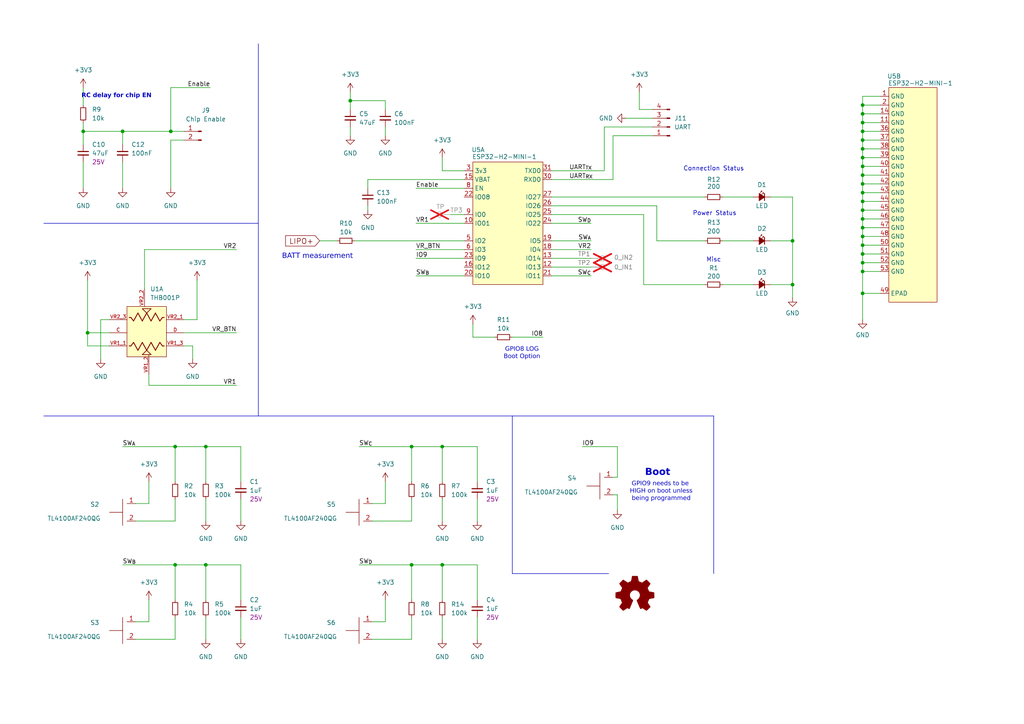
<source format=kicad_sch>
(kicad_sch (version 20231120) (generator "eeschema") (generator_version "8.0")
  (paper "A4")
  (title_block (title "Thumbtroller") (date "2024-10-26") (rev "v0.2") (company "StuckAtPrototype"))
  (junction (at 250.19 66.04))
  (junction (at 250.19 73.66))
  (junction (at 250.19 48.26))
  (junction (at 250.19 78.74))
  (junction (at 250.19 35.56))
  (junction (at 229.87 82.55))
  (junction (at 250.19 50.8))
  (junction (at 35.56 38.1))
  (junction (at 59.69 129.54))
  (junction (at 119.38 129.54))
  (junction (at 50.8 163.83))
  (junction (at 250.19 63.5))
  (junction (at 128.27 163.83))
  (junction (at 250.19 40.64))
  (junction (at 229.87 69.85))
  (junction (at 50.8 129.54))
  (junction (at 119.38 163.83))
  (junction (at 250.19 85.09))
  (junction (at 24.13 38.1))
  (junction (at 59.69 163.83))
  (junction (at 25.4 96.52))
  (junction (at 250.19 45.72))
  (junction (at 250.19 38.1))
  (junction (at 250.19 55.88))
  (junction (at 250.19 33.02))
  (junction (at 101.6 29.21))
  (junction (at 250.19 68.58))
  (junction (at 250.19 30.48))
  (junction (at 250.19 71.12))
  (junction (at 250.19 53.34))
  (junction (at 128.27 129.54))
  (junction (at 250.19 60.96))
  (junction (at 250.19 43.18))
  (junction (at 49.53 38.1))
  (junction (at 250.19 76.2))
  (junction (at 250.19 58.42))
  (wire (pts (xy 250.19 78.74) (xy 250.19 85.09)))
  (wire (pts (xy 250.19 66.04) (xy 250.19 68.58)))
  (wire (pts (xy 29.21 92.71) (xy 29.21 104.14)))
  (wire (pts (xy 130.81 62.23) (xy 134.62 62.23)))
  (wire (pts (xy 69.85 129.54) (xy 59.69 129.54)))
  (wire (pts (xy 250.19 50.8) (xy 250.19 53.34)))
  (wire (pts (xy 69.85 173.99) (xy 69.85 163.83)))
  (wire (pts (xy 177.8 52.07) (xy 160.02 52.07)))
  (wire (pts (xy 255.27 71.12) (xy 250.19 71.12)))
  (wire (pts (xy 120.65 54.61) (xy 134.62 54.61)))
  (wire (pts (xy 255.27 33.02) (xy 250.19 33.02)))
  (wire (pts (xy 111.76 31.75) (xy 111.76 29.21)))
  (wire (pts (xy 120.65 74.93) (xy 134.62 74.93)))
  (wire (pts (xy 171.45 64.77) (xy 160.02 64.77)))
  (wire (pts (xy 255.27 40.64) (xy 250.19 40.64)))
  (wire (pts (xy 250.19 76.2) (xy 250.19 78.74)))
  (wire (pts (xy 120.65 80.01) (xy 134.62 80.01)))
  (wire (pts (xy 50.8 144.78) (xy 50.8 151.13)))
  (wire (pts (xy 255.27 63.5) (xy 250.19 63.5)))
  (wire (pts (xy 111.76 180.34) (xy 107.95 180.34)))
  (wire (pts (xy 160.02 49.53) (xy 175.26 49.53)))
  (wire (pts (xy 171.45 74.93) (xy 160.02 74.93)))
  (wire (pts (xy 189.23 39.37) (xy 177.8 39.37)))
  (wire (pts (xy 35.56 38.1) (xy 24.13 38.1)))
  (wire (pts (xy 255.27 76.2) (xy 250.19 76.2)))
  (wire (pts (xy 250.19 60.96) (xy 250.19 63.5)))
  (wire (pts (xy 255.27 68.58) (xy 250.19 68.58)))
  (wire (pts (xy 137.16 97.79) (xy 137.16 93.98)))
  (wire (pts (xy 41.91 72.39) (xy 41.91 83.82)))
  (wire (pts (xy 60.96 25.4) (xy 49.53 25.4)))
  (wire (pts (xy 186.69 62.23) (xy 160.02 62.23)))
  (wire (pts (xy 57.15 92.71) (xy 57.15 81.28)))
  (wire (pts (xy 107.95 151.13) (xy 119.38 151.13)))
  (wire (pts (xy 69.85 139.7) (xy 69.85 129.54)))
  (wire (pts (xy 128.27 151.13) (xy 128.27 144.78)))
  (wire (pts (xy 35.56 38.1) (xy 49.53 38.1)))
  (wire (pts (xy 255.27 30.48) (xy 250.19 30.48)))
  (wire (pts (xy 50.8 163.83) (xy 50.8 173.99)))
  (wire (pts (xy 68.58 72.39) (xy 41.91 72.39)))
  (wire (pts (xy 250.19 45.72) (xy 250.19 48.26)))
  (wire (pts (xy 255.27 50.8) (xy 250.19 50.8)))
  (wire (pts (xy 204.47 82.55) (xy 186.69 82.55)))
  (polyline (pts (xy 12.7 120.65) (xy 148.59 120.65)))
  (wire (pts (xy 24.13 46.99) (xy 24.13 54.61)))
  (wire (pts (xy 250.19 30.48) (xy 250.19 33.02)))
  (wire (pts (xy 101.6 39.37) (xy 101.6 36.83)))
  (wire (pts (xy 119.38 163.83) (xy 128.27 163.83)))
  (wire (pts (xy 250.19 27.94) (xy 250.19 30.48)))
  (wire (pts (xy 250.19 55.88) (xy 250.19 58.42)))
  (wire (pts (xy 106.68 60.96) (xy 106.68 59.69)))
  (wire (pts (xy 25.4 100.33) (xy 25.4 96.52)))
  (wire (pts (xy 43.18 111.76) (xy 68.58 111.76)))
  (wire (pts (xy 138.43 163.83) (xy 128.27 163.83)))
  (wire (pts (xy 175.26 49.53) (xy 175.26 36.83)))
  (wire (pts (xy 49.53 38.1) (xy 53.34 38.1)))
  (wire (pts (xy 168.91 129.54) (xy 179.07 129.54)))
  (wire (pts (xy 229.87 69.85) (xy 229.87 82.55)))
  (wire (pts (xy 31.75 96.52) (xy 25.4 96.52)))
  (wire (pts (xy 101.6 29.21) (xy 111.76 29.21)))
  (wire (pts (xy 107.95 185.42) (xy 119.38 185.42)))
  (wire (pts (xy 31.75 92.71) (xy 29.21 92.71)))
  (wire (pts (xy 250.19 58.42) (xy 250.19 60.96)))
  (wire (pts (xy 24.13 35.56) (xy 24.13 38.1)))
  (wire (pts (xy 250.19 68.58) (xy 250.19 71.12)))
  (wire (pts (xy 143.51 97.79) (xy 137.16 97.79)))
  (wire (pts (xy 250.19 73.66) (xy 250.19 76.2)))
  (wire (pts (xy 53.34 100.33) (xy 55.88 100.33)))
  (wire (pts (xy 31.75 100.33) (xy 25.4 100.33)))
  (wire (pts (xy 138.43 139.7) (xy 138.43 129.54)))
  (wire (pts (xy 250.19 35.56) (xy 250.19 38.1)))
  (wire (pts (xy 138.43 129.54) (xy 128.27 129.54)))
  (wire (pts (xy 255.27 66.04) (xy 250.19 66.04)))
  (wire (pts (xy 250.19 63.5) (xy 250.19 66.04)))
  (wire (pts (xy 179.07 129.54) (xy 179.07 138.43)))
  (wire (pts (xy 255.27 58.42) (xy 250.19 58.42)))
  (wire (pts (xy 255.27 48.26) (xy 250.19 48.26)))
  (wire (pts (xy 229.87 82.55) (xy 229.87 86.36)))
  (wire (pts (xy 69.85 185.42) (xy 69.85 179.07)))
  (wire (pts (xy 189.23 31.75) (xy 185.42 31.75)))
  (wire (pts (xy 111.76 39.37) (xy 111.76 36.83)))
  (wire (pts (xy 69.85 144.78) (xy 69.85 151.13)))
  (wire (pts (xy 55.88 100.33) (xy 55.88 104.14)))
  (wire (pts (xy 250.19 40.64) (xy 250.19 43.18)))
  (wire (pts (xy 190.5 69.85) (xy 204.47 69.85)))
  (wire (pts (xy 43.18 180.34) (xy 39.37 180.34)))
  (wire (pts (xy 179.07 143.51) (xy 179.07 147.955)))
  (wire (pts (xy 160.02 57.15) (xy 204.47 57.15)))
  (wire (pts (xy 250.19 71.12) (xy 250.19 73.66)))
  (wire (pts (xy 185.42 31.75) (xy 185.42 26.67)))
  (wire (pts (xy 171.45 80.01) (xy 160.02 80.01)))
  (wire (pts (xy 255.27 45.72) (xy 250.19 45.72)))
  (wire (pts (xy 181.61 34.29) (xy 189.23 34.29)))
  (wire (pts (xy 111.76 173.99) (xy 111.76 180.34)))
  (wire (pts (xy 49.53 40.64) (xy 53.34 40.64)))
  (wire (pts (xy 223.52 69.85) (xy 229.87 69.85)))
  (wire (pts (xy 255.27 53.34) (xy 250.19 53.34)))
  (wire (pts (xy 255.27 60.96) (xy 250.19 60.96)))
  (wire (pts (xy 255.27 85.09) (xy 250.19 85.09)))
  (wire (pts (xy 69.85 163.83) (xy 59.69 163.83)))
  (polyline (pts (xy 148.59 166.37) (xy 148.59 120.65)))
  (polyline (pts (xy 12.7 64.77) (xy 74.93 64.77)))
  (wire (pts (xy 104.14 163.83) (xy 119.38 163.83)))
  (wire (pts (xy 43.18 146.05) (xy 39.37 146.05)))
  (wire (pts (xy 35.56 46.99) (xy 35.56 54.61)))
  (wire (pts (xy 106.68 52.07) (xy 134.62 52.07)))
  (polyline (pts (xy 74.93 12.7) (xy 74.93 120.65)))
  (wire (pts (xy 255.27 43.18) (xy 250.19 43.18)))
  (wire (pts (xy 119.38 129.54) (xy 128.27 129.54)))
  (wire (pts (xy 43.18 111.76) (xy 43.18 108.585)))
  (wire (pts (xy 255.27 38.1) (xy 250.19 38.1)))
  (wire (pts (xy 250.19 33.02) (xy 250.19 35.56)))
  (wire (pts (xy 43.18 173.99) (xy 43.18 180.34)))
  (wire (pts (xy 39.37 185.42) (xy 50.8 185.42)))
  (wire (pts (xy 111.76 146.05) (xy 107.95 146.05)))
  (wire (pts (xy 175.26 36.83) (xy 189.23 36.83)))
  (wire (pts (xy 250.19 48.26) (xy 250.19 50.8)))
  (wire (pts (xy 101.6 26.67) (xy 101.6 29.21)))
  (wire (pts (xy 120.65 64.77) (xy 134.62 64.77)))
  (wire (pts (xy 24.13 38.1) (xy 24.13 41.91)))
  (wire (pts (xy 250.19 43.18) (xy 250.19 45.72)))
  (wire (pts (xy 179.07 138.43) (xy 177.8 138.43)))
  (wire (pts (xy 35.56 163.83) (xy 50.8 163.83)))
  (wire (pts (xy 255.27 73.66) (xy 250.19 73.66)))
  (wire (pts (xy 190.5 59.69) (xy 190.5 69.85)))
  (wire (pts (xy 101.6 29.21) (xy 101.6 31.75)))
  (wire (pts (xy 111.76 139.7) (xy 111.76 146.05)))
  (wire (pts (xy 59.69 144.78) (xy 59.69 151.13)))
  (wire (pts (xy 250.19 38.1) (xy 250.19 40.64)))
  (wire (pts (xy 119.38 129.54) (xy 119.38 139.7)))
  (wire (pts (xy 49.53 40.64) (xy 49.53 54.61)))
  (wire (pts (xy 209.55 82.55) (xy 218.44 82.55)))
  (wire (pts (xy 138.43 173.99) (xy 138.43 163.83)))
  (wire (pts (xy 160.02 59.69) (xy 190.5 59.69)))
  (wire (pts (xy 128.27 49.53) (xy 128.27 45.72)))
  (wire (pts (xy 157.48 97.79) (xy 148.59 97.79)))
  (wire (pts (xy 229.87 57.15) (xy 229.87 69.85)))
  (wire (pts (xy 171.45 69.85) (xy 160.02 69.85)))
  (wire (pts (xy 104.14 129.54) (xy 119.38 129.54)))
  (wire (pts (xy 119.38 179.07) (xy 119.38 185.42)))
  (wire (pts (xy 177.8 143.51) (xy 179.07 143.51)))
  (wire (pts (xy 53.34 92.71) (xy 57.15 92.71)))
  (wire (pts (xy 229.87 57.15) (xy 223.52 57.15)))
  (wire (pts (xy 35.56 41.91) (xy 35.56 38.1)))
  (wire (pts (xy 255.27 78.74) (xy 250.19 78.74)))
  (wire (pts (xy 128.27 129.54) (xy 128.27 139.7)))
  (wire (pts (xy 171.45 77.47) (xy 160.02 77.47)))
  (wire (pts (xy 35.56 129.54) (xy 50.8 129.54)))
  (wire (pts (xy 138.43 185.42) (xy 138.43 179.07)))
  (wire (pts (xy 255.27 35.56) (xy 250.19 35.56)))
  (wire (pts (xy 255.27 27.94) (xy 250.19 27.94)))
  (wire (pts (xy 119.38 163.83) (xy 119.38 173.99)))
  (wire (pts (xy 171.45 72.39) (xy 160.02 72.39)))
  (wire (pts (xy 92.71 69.85) (xy 97.79 69.85)))
  (wire (pts (xy 59.69 129.54) (xy 59.69 139.7)))
  (wire (pts (xy 119.38 144.78) (xy 119.38 151.13)))
  (wire (pts (xy 209.55 57.15) (xy 218.44 57.15)))
  (wire (pts (xy 138.43 151.13) (xy 138.43 144.78)))
  (wire (pts (xy 120.65 72.39) (xy 134.62 72.39)))
  (wire (pts (xy 255.27 55.88) (xy 250.19 55.88)))
  (wire (pts (xy 50.8 163.83) (xy 59.69 163.83)))
  (wire (pts (xy 25.4 96.52) (xy 25.4 81.28)))
  (wire (pts (xy 49.53 25.4) (xy 49.53 38.1)))
  (wire (pts (xy 177.8 39.37) (xy 177.8 52.07)))
  (polyline (pts (xy 148.59 120.65) (xy 207.01 120.65)))
  (wire (pts (xy 68.58 96.52) (xy 53.34 96.52)))
  (wire (pts (xy 59.69 185.42) (xy 59.69 179.07)))
  (wire (pts (xy 43.18 139.7) (xy 43.18 146.05)))
  (wire (pts (xy 106.68 54.61) (xy 106.68 52.07)))
  (wire (pts (xy 250.19 53.34) (xy 250.19 55.88)))
  (wire (pts (xy 50.8 129.54) (xy 50.8 139.7)))
  (wire (pts (xy 102.87 69.85) (xy 134.62 69.85)))
  (polyline (pts (xy 148.59 166.37) (xy 176.53 166.37)))
  (wire (pts (xy 50.8 179.07) (xy 50.8 185.42)))
  (wire (pts (xy 50.8 129.54) (xy 59.69 129.54)))
  (wire (pts (xy 59.69 163.83) (xy 59.69 173.99)))
  (wire (pts (xy 24.13 25.4) (xy 24.13 30.48)))
  (wire (pts (xy 186.69 82.55) (xy 186.69 62.23)))
  (wire (pts (xy 39.37 151.13) (xy 50.8 151.13)))
  (wire (pts (xy 209.55 69.85) (xy 218.44 69.85)))
  (polyline (pts (xy 207.01 120.65) (xy 207.01 166.37)))
  (wire (pts (xy 250.19 85.09) (xy 250.19 92.71)))
  (wire (pts (xy 128.27 163.83) (xy 128.27 173.99)))
  (wire (pts (xy 134.62 49.53) (xy 128.27 49.53)))
  (wire (pts (xy 223.52 82.55) (xy 229.87 82.55)))
  (wire (pts (xy 128.27 185.42) (xy 128.27 179.07)))
  (text "Misc" (at 207.01 75.438 0) (effects (font (size 1.27 1.27))))
  (text "Boot" (at 190.754 137.668 0) (effects (font (size 2 2) (thickness 0.4) (bold yes))))
  (text "BATT measurement" (at 102.362 75.692 0) (effects (font (size 1.5 1.5)) (justify right bottom)))
  (text "RC delay for chip EN" (at 43.942 28.956 0) (effects (font (size 1.27 1.27) (thickness 0.254) (bold yes)) (justify right bottom)))
  (text "Power Status" (at 207.264 61.976 0) (effects (font (size 1.27 1.27))))
  (text "Connection Status" (at 207.01 49.022 0) (effects (font (size 1.27 1.27))))
  (text "GPIO9 needs to be \nHIGH on boot unless\nbeing programmed" (at 191.77 145.796 0) (effects (font (size 1.27 1.27)) (justify bottom)))
  (text "GPIO8 LOG\nBoot Option" (at 151.384 104.648 0) (effects (font (size 1.27 1.27)) (justify bottom)))
  (label "IO8" (at 157.48 97.79 180))
  (label "VR_BTN" (at 120.65 72.39 0))
  (label "VR1" (at 120.65 64.77 0))
  (label "IO9" (at 168.91 129.54 0))
  (label "UART_{TX}" (at 165.1 49.53 0))
  (label "VR2" (at 171.45 72.39 180))
  (label "SW_{C}" (at 104.14 129.54 0))
  (label "Enable" (at 60.96 25.4 180))
  (label "Enable" (at 120.65 54.61 0))
  (label "SW_{B}" (at 120.65 80.01 0))
  (label "SW_{D}" (at 171.45 64.77 180))
  (label "SW_{C}" (at 171.45 80.01 180))
  (label "VR_BTN" (at 68.58 96.52 180))
  (label "SW_{A}" (at 35.56 129.54 0))
  (label "VR2" (at 68.58 72.39 180))
  (label "SW_{B}" (at 35.56 163.83 0))
  (label "VR1" (at 68.58 111.76 180))
  (label "SW_{A}" (at 171.45 69.85 180))
  (label "UART_{RX}" (at 165.1 52.07 0))
  (label "SW_{D}" (at 104.14 163.83 0))
  (label "IO9" (at 120.65 74.93 0))
  (global_label "LIPO+" (shape input) (at 92.71 69.85 180) (effects (font (size 1.524 1.524))) (property "Intersheetrefs" "${INTERSHEET_REFS}" (effects (hide yes))))
  (symbol (lib_id "Device:LED_Small_Filled") (at 220.98 69.85 0) (mirror y) (unit 1)
    (property "Reference" "D2" (at 220.98 66.294 0))
    (property "Value" "LED" (at 220.98 72.39 0))
    (property "Footprint" "Capacitor_SMD:C_0603_1608Metric" (effects (hide yes)))
    (property "Description" "Light emitting diode, small symbol, filled shape" (effects (hide yes)))
  )
  (symbol (lib_id "power:+3V3") (at 101.6 26.67 0) (unit 1)
    (property "Reference" "#PWR020" (effects (hide yes)))
    (property "Value" "+3V3" (at 101.6 21.59 0))
  )
  (symbol (lib_id "Device:C_Small") (at 111.76 34.29 0) (unit 1)
    (property "Reference" "C6" (at 114.3 33.0262 0) (effects (justify left)))
    (property "Value" "100nF" (at 114.3 35.5662 0) (effects (justify left)))
    (property "Footprint" "Capacitor_SMD:C_0603_1608Metric" (effects (hide yes)))
    (property "Description" "Unpolarized capacitor, small symbol" (effects (hide yes)))
  )
  (symbol (lib_id "power:GND") (at 128.27 151.13 0) (unit 1)
    (property "Reference" "#PWR039" (effects (hide yes)))
    (property "Value" "GND" (at 128.27 156.21 0))
  )
  (symbol (lib_id "power:GND") (at 101.6 39.37 0) (unit 1)
    (property "Reference" "#PWR018" (effects (hide yes)))
    (property "Value" "GND" (at 101.6 44.45 0))
  )
  (symbol (lib_id "power:GND") (at 138.43 185.42 0) (unit 1)
    (property "Reference" "#PWR043" (effects (hide yes)))
    (property "Value" "GND" (at 138.43 190.5 0))
  )
  (symbol (lib_id "power:+3V3") (at 111.76 139.7 0) (unit 1)
    (property "Reference" "#PWR038" (effects (hide yes)))
    (property "Value" "+3V3" (at 111.76 134.62 0))
  )
  (symbol (lib_id "power:GND") (at 35.56 54.61 0) (unit 1)
    (property "Reference" "#PWR028" (effects (hide yes)))
    (property "Value" "GND" (at 35.56 59.69 0))
  )
  (symbol (lib_id "Device:C_Small") (at 138.43 142.24 0) (unit 1)
    (property "Reference" "C3" (at 140.97 139.7062 0) (effects (justify left)))
    (property "Value" "1uF" (at 140.97 142.2462 0) (effects (justify left)))
    (property "Footprint" "Capacitor_SMD:C_0603_1608Metric" (effects (hide yes)))
    (property "Description" "Unpolarized capacitor, small symbol" (effects (hide yes)))
    (property "Voltage" "25V" (at 140.97 144.7862 0) (effects (justify left)))
  )
  (symbol (lib_id "custom_IC:TL4100AF240QG_") (at 35.56 149.86 0) (unit 1)
    (property "Reference" "S2" (at 26.162 146.304 0) (effects (justify left)))
    (property "Value" "TL4100AF240QG" (at 13.716 150.368 0) (effects (justify left)))
    (property "Footprint" "kicad_reformed_custom_IC:SW_PTS810_SJM_250_SMTR_LFS" (effects (hide yes)))
  )
  (symbol (lib_id "Connector:Conn_01x02_Male") (at 58.42 38.1 0) (mirror y) (unit 1)
    (property "Reference" "J9" (at 59.69 32.004 0))
    (property "Value" "Chip Enable" (at 59.69 34.544 0))
    (property "Footprint" "Connector_PinHeader_2.54mm:PinHeader_1x02_P2.54mm_Vertical" (effects (hide yes)))
  )
  (symbol (lib_id "power:+3V3") (at 24.13 25.4 0) (unit 1)
    (property "Reference" "#PWR026" (effects (hide yes)))
    (property "Value" "+3V3" (at 24.13 20.32 0))
  )
  (symbol (lib_id "Device:R_Small") (at 50.8 176.53 180) (unit 1)
    (property "Reference" "R4" (at 53.34 175.2599 0) (effects (justify right)))
    (property "Value" "10k" (at 53.34 177.7999 0) (effects (justify right)))
    (property "Footprint" "Resistor_SMD:R_0603_1608Metric" (effects (hide yes)))
    (property "Description" "Resistor, small symbol" (effects (hide yes)))
  )
  (symbol (lib_id "Device:C_Small") (at 106.68 57.15 0) (unit 1)
    (property "Reference" "C13" (at 109.22 55.8862 0) (effects (justify left)))
    (property "Value" "100nF" (at 109.22 58.4262 0) (effects (justify left)))
    (property "Footprint" "Capacitor_SMD:C_0603_1608Metric" (effects (hide yes)))
    (property "Description" "Unpolarized capacitor, small symbol" (effects (hide yes)))
  )
  (symbol (lib_id "Connector:TestPoint") (at 171.45 74.93 270) (mirror x) (unit 1) (dnp yes)
    (property "Reference" "TP1" (at 169.418 73.66 90))
    (property "Value" "0_IN2" (at 180.848 74.676 90))
    (property "Footprint" "TestPoint:TestPoint_Pad_1.0x1.0mm" (effects (hide yes)))
    (property "Description" "test point" (effects (hide yes)))
  )
  (symbol (lib_id "Connector:TestPoint") (at 171.45 77.47 270) (mirror x) (unit 1) (dnp yes)
    (property "Reference" "TP2" (at 169.418 76.2 90))
    (property "Value" "0_IN1" (at 180.848 77.47 90))
    (property "Footprint" "TestPoint:TestPoint_Pad_1.0x1.0mm" (effects (hide yes)))
    (property "Description" "test point" (effects (hide yes)))
  )
  (symbol (lib_id "power:GND") (at 179.07 147.955 0) (unit 1)
    (property "Reference" "#PWR031" (effects (hide yes)))
    (property "Value" "GND" (at 179.07 153.035 0))
  )
  (symbol (lib_id "Device:LED_Small_Filled") (at 220.98 57.15 0) (mirror y) (unit 1)
    (property "Reference" "D1" (at 220.98 53.594 0))
    (property "Value" "LED" (at 220.98 59.69 0))
    (property "Footprint" "Capacitor_SMD:C_0603_1608Metric" (effects (hide yes)))
    (property "Description" "Light emitting diode, small symbol, filled shape" (effects (hide yes)))
  )
  (symbol (lib_id "Device:R_Small") (at 146.05 97.79 270) (mirror x) (unit 1)
    (property "Reference" "R11" (at 146.05 92.71 90))
    (property "Value" "10k" (at 146.05 95.25 90))
    (property "Footprint" "Resistor_SMD:R_0603_1608Metric" (effects (hide yes)))
    (property "Description" "Resistor, small symbol" (effects (hide yes)))
  )
  (symbol (lib_id "Device:R_Small") (at 128.27 176.53 180) (unit 1)
    (property "Reference" "R14" (at 130.81 175.2599 0) (effects (justify right)))
    (property "Value" "100k" (at 130.81 177.7999 0) (effects (justify right)))
    (property "Footprint" "Resistor_SMD:R_0603_1608Metric" (effects (hide yes)))
    (property "Description" "Resistor, small symbol" (effects (hide yes)))
  )
  (symbol (lib_id "power:GND") (at 49.53 54.61 0) (unit 1)
    (property "Reference" "#PWR029" (effects (hide yes)))
    (property "Value" "GND" (at 49.53 59.69 0))
  )
  (symbol (lib_id "power:GND") (at 128.27 185.42 0) (unit 1)
    (property "Reference" "#PWR042" (effects (hide yes)))
    (property "Value" "GND" (at 128.27 190.5 0))
  )
  (symbol (lib_id "Device:R_Small") (at 119.38 176.53 180) (unit 1)
    (property "Reference" "R8" (at 121.92 175.2599 0) (effects (justify right)))
    (property "Value" "10k" (at 121.92 177.7999 0) (effects (justify right)))
    (property "Footprint" "Resistor_SMD:R_0603_1608Metric" (effects (hide yes)))
    (property "Description" "Resistor, small symbol" (effects (hide yes)))
  )
  (symbol (lib_id "custom_IC:TL4100AF240QG_") (at 104.14 184.15 0) (unit 1)
    (property "Reference" "S6" (at 94.742 180.594 0) (effects (justify left)))
    (property "Value" "TL4100AF240QG" (at 82.296 184.658 0) (effects (justify left)))
    (property "Footprint" "kicad_reformed_custom_IC:SW_PTS810_SJM_250_SMTR_LFS" (effects (hide yes)))
  )
  (symbol (lib_id "power:+3V3") (at 57.15 81.28 0) (unit 1)
    (property "Reference" "#PWR025" (effects (hide yes)))
    (property "Value" "+3V3" (at 57.15 76.2 0))
  )
  (symbol (lib_name "GND_1") (lib_id "power:GND") (at 229.87 86.36 0) (unit 1)
    (property "Reference" "#PWR045" (effects (hide yes)))
    (property "Value" "GND" (at 229.87 90.805 0))
  )
  (symbol (lib_id "power:GND") (at 55.88 104.14 0) (unit 1)
    (property "Reference" "#PWR024" (effects (hide yes)))
    (property "Value" "GND" (at 55.88 109.22 0))
  )
  (symbol (lib_id "power:+3V3") (at 43.18 173.99 0) (unit 1)
    (property "Reference" "#PWR034" (effects (hide yes)))
    (property "Value" "+3V3" (at 43.18 168.91 0))
  )
  (symbol (lib_id "custom_IC:THB001P") (at 43.18 100.33 0) (unit 1)
    (property "Reference" "U1" (at 43.5611 83.82 0) (effects (justify left)))
    (property "Value" "THB001P" (at 43.5611 86.36 0) (effects (justify left)))
    (property "Footprint" "kicad_reformed_custom_IC:CNK_THB001P" (effects (hide yes)))
    (property "PARTREV" "27 Jan 22" (effects (hide yes)))
    (property "MANUFACTURER" "CNK" (effects (hide yes)))
    (property "STANDARD" "Manufacturer Recommendations" (effects (hide yes)))
    (property "MAXIMUM_PACKAGE_HEIGHT" "19.85mm" (effects (hide yes)))
    (property "SNAPEDA_PN" "THB001P" (effects (hide yes)))
  )
  (symbol (lib_id "Device:R_Small") (at 128.27 142.24 180) (unit 1)
    (property "Reference" "R7" (at 130.81 140.9699 0) (effects (justify right)))
    (property "Value" "100k" (at 130.81 143.5099 0) (effects (justify right)))
    (property "Footprint" "Resistor_SMD:R_0603_1608Metric" (effects (hide yes)))
    (property "Description" "Resistor, small symbol" (effects (hide yes)))
  )
  (symbol (lib_id "custom_IC:TL4100AF240QG_") (at 173.99 142.24 0) (unit 1)
    (property "Reference" "S4" (at 164.592 138.684 0) (effects (justify left)))
    (property "Value" "TL4100AF240QG" (at 152.146 142.748 0) (effects (justify left)))
    (property "Footprint" "kicad_reformed_custom_IC:SW_PTS810_SJM_250_SMTR_LFS" (effects (hide yes)))
  )
  (symbol (lib_id "Device:R_Small") (at 207.01 69.85 270) (mirror x) (unit 1)
    (property "Reference" "R13" (at 207.01 64.516 90))
    (property "Value" "200" (at 207.01 67.056 90))
    (property "Footprint" "Resistor_SMD:R_0603_1608Metric" (effects (hide yes)))
    (property "Description" "Resistor, small symbol" (effects (hide yes)))
  )
  (symbol (lib_id "power:GND") (at 69.85 185.42 0) (unit 1)
    (property "Reference" "#PWR035" (effects (hide yes)))
    (property "Value" "GND" (at 69.85 190.5 0))
  )
  (symbol (lib_id "custom_IC:TL4100AF240QG_") (at 104.14 149.86 0) (unit 1)
    (property "Reference" "S5" (at 94.742 146.304 0) (effects (justify left)))
    (property "Value" "TL4100AF240QG" (at 82.296 150.368 0) (effects (justify left)))
    (property "Footprint" "kicad_reformed_custom_IC:SW_PTS810_SJM_250_SMTR_LFS" (effects (hide yes)))
  )
  (symbol (lib_id "power:+3V3") (at 43.18 139.7 0) (unit 1)
    (property "Reference" "#PWR033" (effects (hide yes)))
    (property "Value" "+3V3" (at 43.18 134.62 0))
  )
  (symbol (lib_id "power:GND") (at 111.76 39.37 0) (unit 1)
    (property "Reference" "#PWR019" (effects (hide yes)))
    (property "Value" "GND" (at 111.76 44.45 0))
  )
  (symbol (lib_name "GND_1") (lib_id "power:GND") (at 250.19 92.71 0) (unit 1)
    (property "Reference" "#PWR048" (effects (hide yes)))
    (property "Value" "GND" (at 250.19 97.155 0))
  )
  (symbol (lib_id "Device:C_Small") (at 24.13 44.45 0) (unit 1)
    (property "Reference" "C10" (at 26.67 41.9162 0) (effects (justify left)))
    (property "Value" "47uF" (at 26.67 44.4562 0) (effects (justify left)))
    (property "Footprint" "Capacitor_SMD:C_0603_1608Metric" (effects (hide yes)))
    (property "Description" "Unpolarized capacitor, small symbol" (effects (hide yes)))
    (property "Voltage" "25V" (at 26.67 46.9962 0) (effects (justify left)))
  )
  (symbol (lib_id "Device:R_Small") (at 59.69 142.24 180) (unit 1)
    (property "Reference" "R3" (at 62.23 140.9699 0) (effects (justify right)))
    (property "Value" "100k" (at 62.23 143.5099 0) (effects (justify right)))
    (property "Footprint" "Resistor_SMD:R_0603_1608Metric" (effects (hide yes)))
    (property "Description" "Resistor, small symbol" (effects (hide yes)))
  )
  (symbol (lib_id "Graphic:Logo_Open_Hardware_Small") (at 184.15 172.72 0) (unit 1) (exclude_from_sim yes) (in_bom no) (on_board no)
    (property "Reference" "#SYM1" (effects (hide yes)))
    (property "Value" "Logo_Open_Hardware_Small" (effects (hide yes)))
    (property "Description" "Open Hardware logo, small" (effects (hide yes)))
  )
  (symbol (lib_id "Device:C_Small") (at 101.6 34.29 0) (unit 1)
    (property "Reference" "C5" (at 104.14 33.0262 0) (effects (justify left)))
    (property "Value" "47uF" (at 104.14 35.5662 0) (effects (justify left)))
    (property "Footprint" "Capacitor_SMD:C_0603_1608Metric" (effects (hide yes)))
    (property "Description" "Unpolarized capacitor, small symbol" (effects (hide yes)))
  )
  (symbol (lib_id "power:GND") (at 59.69 151.13 0) (unit 1)
    (property "Reference" "#PWR037" (effects (hide yes)))
    (property "Value" "GND" (at 59.69 156.21 0))
  )
  (symbol (lib_id "Device:LED_Small_Filled") (at 220.98 82.55 0) (mirror y) (unit 1)
    (property "Reference" "D3" (at 220.98 78.994 0))
    (property "Value" "LED" (at 220.98 85.09 0))
    (property "Footprint" "Capacitor_SMD:C_0603_1608Metric" (effects (hide yes)))
    (property "Description" "Light emitting diode, small symbol, filled shape" (effects (hide yes)))
  )
  (symbol (lib_id "power:+3V3") (at 137.16 93.98 0) (unit 1)
    (property "Reference" "#PWR044" (effects (hide yes)))
    (property "Value" "+3V3" (at 137.16 88.9 0))
  )
  (symbol (lib_id "Device:R_Small") (at 100.33 69.85 90) (unit 1)
    (property "Reference" "R10" (at 100.33 64.77 90))
    (property "Value" "10k" (at 100.33 67.31 90))
    (property "Footprint" "Resistor_SMD:R_0603_1608Metric" (effects (hide yes)))
    (property "Description" "Resistor, small symbol" (effects (hide yes)))
  )
  (symbol (lib_id "power:+3V3") (at 185.42 26.67 0) (unit 1)
    (property "Reference" "#PWR046" (effects (hide yes)))
    (property "Value" "+3V3" (at 185.42 21.59 0))
  )
  (symbol (lib_id "Device:C_Small") (at 69.85 142.24 0) (unit 1)
    (property "Reference" "C1" (at 72.39 139.7062 0) (effects (justify left)))
    (property "Value" "1uF" (at 72.39 142.2462 0) (effects (justify left)))
    (property "Footprint" "Capacitor_SMD:C_0603_1608Metric" (effects (hide yes)))
    (property "Description" "Unpolarized capacitor, small symbol" (effects (hide yes)))
    (property "Voltage" "25V" (at 72.39 144.7862 0) (effects (justify left)))
  )
  (symbol (lib_id "power:+3V3") (at 25.4 81.28 0) (unit 1)
    (property "Reference" "#PWR022" (effects (hide yes)))
    (property "Value" "+3V3" (at 25.4 76.2 0))
  )
  (symbol (lib_name "ESP32-H2-MINI-1_1") (lib_id "custom_IC:ESP32-H2-MINI-1") (at 143.51 69.85 0) (unit 1)
    (property "Reference" "U5" (at 138.684 43.434 0))
    (property "Value" "ESP32-H2-MINI-1" (at 146.304 45.466 0))
    (property "Footprint" "kicad_reformed_custom_IC:MODULE_ESP32-H2-MINI-1-H2" (effects (hide yes)))
    (property "Datasheet" "https://www.espressif.com/sites/default/files/documentation/esp32-h2-mini-1_mini-1u_datasheet_en.pdf" (effects (hide yes)))
  )
  (symbol (lib_id "power:GND") (at 69.85 151.13 0) (unit 1)
    (property "Reference" "#PWR032" (effects (hide yes)))
    (property "Value" "GND" (at 69.85 156.21 0))
  )
  (symbol (lib_id "Device:R_Small") (at 207.01 82.55 270) (mirror x) (unit 1)
    (property "Reference" "R1" (at 207.01 77.724 90))
    (property "Value" "200" (at 207.01 80.137 90))
    (property "Footprint" "Resistor_SMD:R_0603_1608Metric" (effects (hide yes)))
    (property "Description" "Resistor, small symbol" (effects (hide yes)))
  )
  (symbol (lib_id "Device:R_Small") (at 24.13 33.02 180) (unit 1)
    (property "Reference" "R9" (at 26.67 31.7499 0) (effects (justify right)))
    (property "Value" "10k" (at 26.67 34.2899 0) (effects (justify right)))
    (property "Footprint" "Resistor_SMD:R_0603_1608Metric" (effects (hide yes)))
    (property "Description" "Resistor, small symbol" (effects (hide yes)))
  )
  (symbol (lib_id "Connector:Conn_01x04_Male") (at 194.31 36.83 180) (unit 1)
    (property "Reference" "J11" (at 195.58 34.2899 0) (effects (justify right)))
    (property "Value" "UART" (at 195.58 36.8299 0) (effects (justify right)))
    (property "Footprint" "Connector_PinHeader_2.54mm:PinHeader_1x04_P2.54mm_Vertical" (effects (hide yes)))
  )
  (symbol (lib_id "Device:R_Small") (at 207.01 57.15 270) (mirror x) (unit 1)
    (property "Reference" "R12" (at 207.01 52.07 90))
    (property "Value" "200" (at 207.01 54.102 90))
    (property "Footprint" "Resistor_SMD:R_0603_1608Metric" (effects (hide yes)))
    (property "Description" "Resistor, small symbol" (effects (hide yes)))
  )
  (symbol (lib_id "custom_IC:TL4100AF240QG_") (at 35.56 184.15 0) (unit 1)
    (property "Reference" "S3" (at 26.162 180.594 0) (effects (justify left)))
    (property "Value" "TL4100AF240QG" (at 13.716 184.658 0) (effects (justify left)))
    (property "Footprint" "kicad_reformed_custom_IC:SW_PTS810_SJM_250_SMTR_LFS" (effects (hide yes)))
  )
  (symbol (lib_id "power:GND") (at 59.69 185.42 0) (unit 1)
    (property "Reference" "#PWR036" (effects (hide yes)))
    (property "Value" "GND" (at 59.69 190.5 0))
  )
  (symbol (lib_id "custom_IC:ESP32-H2-MINI-1") (at 257.81 25.4 0) (unit 2)
    (property "Reference" "U5" (at 259.334 22.098 0))
    (property "Value" "ESP32-H2-MINI-1" (at 266.954 24.13 0))
    (property "Footprint" "kicad_reformed_custom_IC:MODULE_ESP32-H2-MINI-1-H2" (effects (hide yes)))
  )
  (symbol (lib_id "power:GND") (at 181.61 34.29 270) (unit 1)
    (property "Reference" "#PWR047" (effects (hide yes)))
    (property "Value" "GND" (at 177.8 34.2899 90) (effects (justify right)))
  )
  (symbol (lib_id "Device:C_Small") (at 35.56 44.45 0) (unit 1)
    (property "Reference" "C12" (at 38.1 41.9162 0) (effects (justify left)))
    (property "Value" "100nF" (at 38.1 44.4562 0) (effects (justify left)))
    (property "Footprint" "Capacitor_SMD:C_0603_1608Metric" (effects (hide yes)))
    (property "Description" "Unpolarized capacitor, small symbol" (effects (hide yes)))
  )
  (symbol (lib_id "Device:C_Small") (at 138.43 176.53 0) (unit 1)
    (property "Reference" "C4" (at 140.97 173.9962 0) (effects (justify left)))
    (property "Value" "1uF" (at 140.97 176.5362 0) (effects (justify left)))
    (property "Footprint" "Capacitor_SMD:C_0603_1608Metric" (effects (hide yes)))
    (property "Description" "Unpolarized capacitor, small symbol" (effects (hide yes)))
    (property "Voltage" "25V" (at 140.97 179.0762 0) (effects (justify left)))
  )
  (symbol (lib_id "Device:C_Small") (at 69.85 176.53 0) (unit 1)
    (property "Reference" "C2" (at 72.39 173.9962 0) (effects (justify left)))
    (property "Value" "1uF" (at 72.39 176.5362 0) (effects (justify left)))
    (property "Footprint" "Capacitor_SMD:C_0603_1608Metric" (effects (hide yes)))
    (property "Description" "Unpolarized capacitor, small symbol" (effects (hide yes)))
    (property "Voltage" "25V" (at 72.39 179.0762 0) (effects (justify left)))
  )
  (symbol (lib_id "power:+3V3") (at 111.76 173.99 0) (unit 1)
    (property "Reference" "#PWR041" (effects (hide yes)))
    (property "Value" "+3V3" (at 111.76 168.91 0))
  )
  (symbol (lib_id "power:GND") (at 138.43 151.13 0) (unit 1)
    (property "Reference" "#PWR040" (effects (hide yes)))
    (property "Value" "GND" (at 138.43 156.21 0))
  )
  (symbol (lib_id "power:GND") (at 24.13 54.61 0) (unit 1)
    (property "Reference" "#PWR027" (effects (hide yes)))
    (property "Value" "GND" (at 24.13 59.69 0))
  )
  (symbol (lib_id "power:GND") (at 29.21 104.14 0) (unit 1)
    (property "Reference" "#PWR023" (effects (hide yes)))
    (property "Value" "GND" (at 29.21 109.22 0))
  )
  (symbol (lib_id "power:GND") (at 106.68 60.96 0) (unit 1)
    (property "Reference" "#PWR030" (effects (hide yes)))
    (property "Value" "GND" (at 106.68 66.04 0))
  )
  (symbol (lib_id "Device:R_Small") (at 59.69 176.53 180) (unit 1)
    (property "Reference" "R5" (at 62.23 175.2599 0) (effects (justify right)))
    (property "Value" "100k" (at 62.23 177.7999 0) (effects (justify right)))
    (property "Footprint" "Resistor_SMD:R_0603_1608Metric" (effects (hide yes)))
    (property "Description" "Resistor, small symbol" (effects (hide yes)))
  )
  (symbol (lib_id "Connector:TestPoint") (at 130.81 62.23 90) (unit 1) (dnp yes)
    (property "Reference" "TP3" (at 130.556 60.96 90) (effects (justify right)))
    (property "Value" "TP" (at 126.492 59.944 90) (effects (justify right)))
    (property "Footprint" "TestPoint:TestPoint_Pad_D1.0mm" (effects (hide yes)))
    (property "Description" "test point" (effects (hide yes)))
  )
  (symbol (lib_id "Device:R_Small") (at 119.38 142.24 180) (unit 1)
    (property "Reference" "R6" (at 121.92 140.9699 0) (effects (justify right)))
    (property "Value" "10k" (at 121.92 143.5099 0) (effects (justify right)))
    (property "Footprint" "Resistor_SMD:R_0603_1608Metric" (effects (hide yes)))
    (property "Description" "Resistor, small symbol" (effects (hide yes)))
  )
  (symbol (lib_id "power:+3V3") (at 128.27 45.72 0) (unit 1)
    (property "Reference" "#PWR021" (effects (hide yes)))
    (property "Value" "+3V3" (at 128.27 40.64 0))
  )
  (symbol (lib_id "Device:R_Small") (at 50.8 142.24 180) (unit 1)
    (property "Reference" "R2" (at 53.34 140.9699 0) (effects (justify right)))
    (property "Value" "10k" (at 53.34 143.5099 0) (effects (justify right)))
    (property "Footprint" "Resistor_SMD:R_0603_1608Metric" (effects (hide yes)))
    (property "Description" "Resistor, small symbol" (effects (hide yes)))
  )
)
</source>
